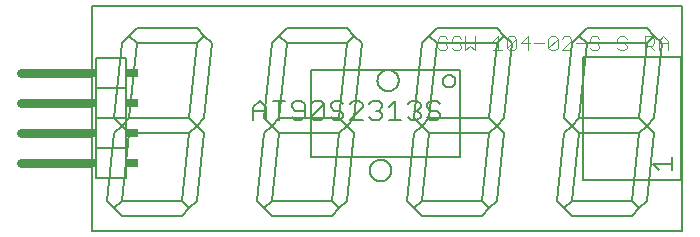
<source format=gto>
G75*
G70*
%OFA0B0*%
%FSLAX24Y24*%
%IPPOS*%
%LPD*%
%AMOC8*
5,1,8,0,0,1.08239X$1,22.5*
%
%ADD10C,0.0060*%
%ADD11C,0.0070*%
%ADD12C,0.0050*%
%ADD13C,0.0300*%
%ADD14R,0.0200X0.0300*%
%ADD15R,0.0400X0.0300*%
%ADD16C,0.0080*%
%ADD17C,0.0040*%
D10*
X002750Y002240D02*
X003750Y002240D01*
X003750Y003240D01*
X003750Y004240D01*
X003750Y005240D01*
X003750Y006240D01*
X002750Y006240D01*
X002750Y005240D01*
X002750Y004240D01*
X002750Y003240D01*
X002750Y002240D01*
X002750Y003240D02*
X003750Y003240D01*
X003750Y004240D02*
X002750Y004240D01*
X002750Y005240D02*
X003750Y005240D01*
X009926Y005840D02*
X009926Y002950D01*
X014866Y002950D01*
X014866Y005840D01*
X009926Y005840D01*
X014306Y005480D02*
X014308Y005509D01*
X014314Y005537D01*
X014323Y005564D01*
X014337Y005589D01*
X014353Y005613D01*
X014373Y005633D01*
X014395Y005652D01*
X014419Y005666D01*
X014446Y005678D01*
X014473Y005686D01*
X014502Y005690D01*
X014530Y005690D01*
X014559Y005686D01*
X014586Y005678D01*
X014613Y005666D01*
X014637Y005652D01*
X014659Y005633D01*
X014679Y005613D01*
X014695Y005589D01*
X014709Y005564D01*
X014718Y005537D01*
X014724Y005509D01*
X014726Y005480D01*
X014724Y005451D01*
X014718Y005423D01*
X014709Y005396D01*
X014695Y005371D01*
X014679Y005347D01*
X014659Y005327D01*
X014637Y005308D01*
X014613Y005294D01*
X014586Y005282D01*
X014559Y005274D01*
X014530Y005270D01*
X014502Y005270D01*
X014473Y005274D01*
X014446Y005282D01*
X014419Y005294D01*
X014395Y005308D01*
X014373Y005327D01*
X014353Y005347D01*
X014337Y005371D01*
X014323Y005396D01*
X014314Y005423D01*
X014308Y005451D01*
X014306Y005480D01*
D11*
X014101Y004816D02*
X013891Y004816D01*
X013786Y004711D01*
X013786Y004606D01*
X013891Y004500D01*
X014101Y004500D01*
X014206Y004395D01*
X014206Y004290D01*
X014101Y004185D01*
X013891Y004185D01*
X013786Y004290D01*
X013562Y004290D02*
X013562Y004395D01*
X013457Y004500D01*
X013352Y004500D01*
X013457Y004500D02*
X013562Y004606D01*
X013562Y004711D01*
X013457Y004816D01*
X013247Y004816D01*
X013142Y004711D01*
X012707Y004816D02*
X012707Y004185D01*
X012497Y004185D02*
X012917Y004185D01*
X013142Y004290D02*
X013247Y004185D01*
X013457Y004185D01*
X013562Y004290D01*
X014101Y004816D02*
X014206Y004711D01*
X012707Y004816D02*
X012497Y004606D01*
X012273Y004606D02*
X012168Y004500D01*
X012273Y004395D01*
X012273Y004290D01*
X012168Y004185D01*
X011958Y004185D01*
X011852Y004290D01*
X011628Y004185D02*
X011208Y004185D01*
X011628Y004606D01*
X011628Y004711D01*
X011523Y004816D01*
X011313Y004816D01*
X011208Y004711D01*
X010984Y004711D02*
X010879Y004816D01*
X010668Y004816D01*
X010563Y004711D01*
X010563Y004606D01*
X010668Y004500D01*
X010879Y004500D01*
X010984Y004395D01*
X010984Y004290D01*
X010879Y004185D01*
X010668Y004185D01*
X010563Y004290D01*
X010339Y004290D02*
X010234Y004185D01*
X010024Y004185D01*
X009919Y004290D01*
X010339Y004711D01*
X010339Y004290D01*
X009919Y004290D02*
X009919Y004711D01*
X010024Y004816D01*
X010234Y004816D01*
X010339Y004711D01*
X009695Y004711D02*
X009590Y004816D01*
X009379Y004816D01*
X009274Y004711D01*
X009274Y004606D01*
X009379Y004500D01*
X009695Y004500D01*
X009695Y004290D02*
X009695Y004711D01*
X009050Y004816D02*
X008630Y004816D01*
X008840Y004816D02*
X008840Y004185D01*
X008406Y004185D02*
X008406Y004606D01*
X008195Y004816D01*
X007985Y004606D01*
X007985Y004185D01*
X007985Y004500D02*
X008406Y004500D01*
X009274Y004290D02*
X009379Y004185D01*
X009590Y004185D01*
X009695Y004290D01*
X011852Y004711D02*
X011958Y004816D01*
X012168Y004816D01*
X012273Y004711D01*
X012273Y004606D01*
X012168Y004500D02*
X012063Y004500D01*
D12*
X002606Y007980D02*
X002606Y000500D01*
X022291Y000500D01*
X022291Y007980D01*
X002606Y007980D01*
X003856Y007000D02*
X004106Y007250D01*
X006106Y007250D01*
X006356Y007000D01*
X006106Y006750D01*
X004106Y006750D01*
X003856Y004250D01*
X005856Y004250D01*
X006106Y006750D01*
X006356Y007000D02*
X006606Y006750D01*
X006356Y004250D01*
X006106Y004000D01*
X005856Y004250D01*
X006106Y004000D02*
X006356Y003750D01*
X006106Y001500D01*
X005856Y001250D01*
X005606Y001000D01*
X003606Y001000D01*
X003356Y001250D01*
X003606Y001500D01*
X005606Y001500D01*
X005856Y003750D01*
X003856Y003750D01*
X003606Y004000D01*
X003356Y004250D01*
X003606Y006750D01*
X003856Y007000D01*
X004106Y006750D01*
X008606Y006750D02*
X008856Y007000D01*
X009106Y007250D01*
X011106Y007250D01*
X011356Y007000D01*
X011106Y006750D01*
X009106Y006750D01*
X008856Y004250D01*
X010856Y004250D01*
X011106Y006750D01*
X011356Y007000D02*
X011606Y006750D01*
X011356Y004250D01*
X011106Y004000D01*
X010856Y004250D01*
X011106Y004000D02*
X011356Y003750D01*
X011106Y001500D01*
X010856Y001250D01*
X010606Y001000D01*
X008606Y001000D01*
X008356Y001250D01*
X008606Y001500D01*
X010606Y001500D01*
X010856Y003750D01*
X008856Y003750D01*
X008606Y004000D01*
X008356Y004250D01*
X008606Y006750D01*
X008856Y007000D02*
X009106Y006750D01*
X012127Y005500D02*
X012129Y005537D01*
X012135Y005574D01*
X012144Y005609D01*
X012158Y005644D01*
X012174Y005677D01*
X012195Y005708D01*
X012218Y005737D01*
X012244Y005763D01*
X012273Y005786D01*
X012304Y005807D01*
X012337Y005823D01*
X012372Y005837D01*
X012407Y005846D01*
X012444Y005852D01*
X012481Y005854D01*
X012518Y005852D01*
X012555Y005846D01*
X012590Y005837D01*
X012625Y005823D01*
X012658Y005807D01*
X012689Y005786D01*
X012718Y005763D01*
X012744Y005737D01*
X012767Y005708D01*
X012788Y005677D01*
X012804Y005644D01*
X012818Y005609D01*
X012827Y005574D01*
X012833Y005537D01*
X012835Y005500D01*
X012833Y005463D01*
X012827Y005426D01*
X012818Y005391D01*
X012804Y005356D01*
X012788Y005323D01*
X012767Y005292D01*
X012744Y005263D01*
X012718Y005237D01*
X012689Y005214D01*
X012658Y005193D01*
X012625Y005177D01*
X012590Y005163D01*
X012555Y005154D01*
X012518Y005148D01*
X012481Y005146D01*
X012444Y005148D01*
X012407Y005154D01*
X012372Y005163D01*
X012337Y005177D01*
X012304Y005193D01*
X012273Y005214D01*
X012244Y005237D01*
X012218Y005263D01*
X012195Y005292D01*
X012174Y005323D01*
X012158Y005356D01*
X012144Y005391D01*
X012135Y005426D01*
X012129Y005463D01*
X012127Y005500D01*
X013356Y004250D02*
X013606Y006750D01*
X013856Y007000D01*
X014106Y007250D01*
X016106Y007250D01*
X016356Y007000D01*
X016106Y006750D01*
X014106Y006750D01*
X013856Y004250D01*
X015856Y004250D01*
X016106Y006750D01*
X016356Y007000D02*
X016606Y006750D01*
X016356Y004250D01*
X016106Y004000D01*
X015856Y004250D01*
X016106Y004000D02*
X016356Y003750D01*
X016106Y001500D01*
X015856Y001250D01*
X015606Y001000D01*
X013606Y001000D01*
X013356Y001250D01*
X013606Y001500D01*
X015606Y001500D01*
X015856Y003750D01*
X013856Y003750D01*
X013606Y004000D01*
X013356Y004250D01*
X013606Y004000D02*
X013856Y004250D01*
X013606Y004000D02*
X013356Y003750D01*
X013106Y001500D01*
X013356Y001250D01*
X013606Y001500D02*
X013856Y003750D01*
X015856Y003750D02*
X016106Y004000D01*
X018356Y003750D02*
X018106Y001500D01*
X018356Y001250D01*
X018606Y001000D01*
X020606Y001000D01*
X020856Y001250D01*
X021106Y001500D01*
X021356Y003750D01*
X021106Y004000D01*
X021356Y004250D01*
X021606Y006750D01*
X021356Y007000D01*
X021106Y007250D01*
X019106Y007250D01*
X018856Y007000D01*
X019106Y006750D01*
X021106Y006750D01*
X020856Y004250D01*
X021106Y004000D01*
X020856Y003750D01*
X018856Y003750D01*
X018606Y004000D01*
X018356Y004250D01*
X018606Y006750D01*
X018856Y007000D01*
X019106Y006750D02*
X018856Y004250D01*
X020856Y004250D01*
X020856Y003750D02*
X020606Y001500D01*
X020856Y001250D01*
X020606Y001500D02*
X018606Y001500D01*
X018356Y001250D01*
X018606Y001500D02*
X018856Y003750D01*
X018606Y004000D02*
X018356Y003750D01*
X018606Y004000D02*
X018856Y004250D01*
X021932Y002938D02*
X021932Y002531D01*
X021932Y002734D02*
X021321Y002734D01*
X021525Y002531D01*
X015856Y001250D02*
X015606Y001500D01*
X011877Y002500D02*
X011879Y002537D01*
X011885Y002574D01*
X011894Y002609D01*
X011908Y002644D01*
X011924Y002677D01*
X011945Y002708D01*
X011968Y002737D01*
X011994Y002763D01*
X012023Y002786D01*
X012054Y002807D01*
X012087Y002823D01*
X012122Y002837D01*
X012157Y002846D01*
X012194Y002852D01*
X012231Y002854D01*
X012268Y002852D01*
X012305Y002846D01*
X012340Y002837D01*
X012375Y002823D01*
X012408Y002807D01*
X012439Y002786D01*
X012468Y002763D01*
X012494Y002737D01*
X012517Y002708D01*
X012538Y002677D01*
X012554Y002644D01*
X012568Y002609D01*
X012577Y002574D01*
X012583Y002537D01*
X012585Y002500D01*
X012583Y002463D01*
X012577Y002426D01*
X012568Y002391D01*
X012554Y002356D01*
X012538Y002323D01*
X012517Y002292D01*
X012494Y002263D01*
X012468Y002237D01*
X012439Y002214D01*
X012408Y002193D01*
X012375Y002177D01*
X012340Y002163D01*
X012305Y002154D01*
X012268Y002148D01*
X012231Y002146D01*
X012194Y002148D01*
X012157Y002154D01*
X012122Y002163D01*
X012087Y002177D01*
X012054Y002193D01*
X012023Y002214D01*
X011994Y002237D01*
X011968Y002263D01*
X011945Y002292D01*
X011924Y002323D01*
X011908Y002356D01*
X011894Y002391D01*
X011885Y002426D01*
X011879Y002463D01*
X011877Y002500D01*
X010856Y001250D02*
X010606Y001500D01*
X008606Y001500D02*
X008856Y003750D01*
X008606Y004000D02*
X008356Y003750D01*
X008106Y001500D01*
X008356Y001250D01*
X005856Y001250D02*
X005606Y001500D01*
X003606Y001500D02*
X003856Y003750D01*
X003606Y004000D02*
X003356Y003750D01*
X003106Y001500D01*
X003356Y001250D01*
X005856Y003750D02*
X006106Y004000D01*
X003856Y004250D02*
X003606Y004000D01*
X008606Y004000D02*
X008856Y004250D01*
X010856Y003750D02*
X011106Y004000D01*
X013856Y007000D02*
X014106Y006750D01*
X021106Y006750D02*
X021356Y007000D01*
D13*
X002500Y005740D02*
X000250Y005740D01*
X000250Y004740D02*
X002500Y004740D01*
X002500Y003740D02*
X000250Y003740D01*
X000250Y002740D02*
X002500Y002740D01*
D14*
X002650Y002740D03*
X002650Y003740D03*
X002650Y004740D03*
X002650Y005740D03*
D15*
X003950Y005740D03*
X003950Y004740D03*
X003950Y003740D03*
X003950Y002740D03*
D16*
X018987Y002189D02*
X022250Y002189D01*
X022250Y006291D01*
X018987Y006291D01*
X018987Y002189D01*
D17*
X019279Y006510D02*
X019203Y006587D01*
X019279Y006510D02*
X019433Y006510D01*
X019509Y006587D01*
X019509Y006664D01*
X019433Y006740D01*
X019279Y006740D01*
X019203Y006817D01*
X019203Y006894D01*
X019279Y006971D01*
X019433Y006971D01*
X019509Y006894D01*
X019663Y006740D02*
X019970Y006740D01*
X020123Y006817D02*
X020200Y006740D01*
X020353Y006740D01*
X020430Y006664D01*
X020430Y006587D01*
X020353Y006510D01*
X020200Y006510D01*
X020123Y006587D01*
X020584Y006740D02*
X020891Y006740D01*
X021044Y006664D02*
X021274Y006664D01*
X021351Y006740D01*
X021351Y006894D01*
X021274Y006971D01*
X021044Y006971D01*
X021044Y006510D01*
X021198Y006664D02*
X021351Y006510D01*
X021504Y006510D02*
X021504Y006817D01*
X021658Y006971D01*
X021811Y006817D01*
X021811Y006510D01*
X021811Y006740D02*
X021504Y006740D01*
X020430Y006894D02*
X020353Y006971D01*
X020200Y006971D01*
X020123Y006894D01*
X020123Y006817D01*
X019049Y006740D02*
X018742Y006740D01*
X018589Y006817D02*
X018589Y006894D01*
X018512Y006971D01*
X018358Y006971D01*
X018282Y006894D01*
X018128Y006894D02*
X018052Y006971D01*
X017898Y006971D01*
X017821Y006894D01*
X017821Y006587D01*
X018128Y006894D01*
X018128Y006587D01*
X018052Y006510D01*
X017898Y006510D01*
X017821Y006587D01*
X017668Y006740D02*
X017361Y006740D01*
X017207Y006740D02*
X016901Y006740D01*
X017131Y006971D01*
X017131Y006510D01*
X016747Y006587D02*
X016670Y006510D01*
X016517Y006510D01*
X016440Y006587D01*
X016747Y006894D01*
X016747Y006587D01*
X016440Y006587D02*
X016440Y006894D01*
X016517Y006971D01*
X016670Y006971D01*
X016747Y006894D01*
X016133Y006971D02*
X015980Y006817D01*
X015826Y006740D02*
X015519Y006740D01*
X015366Y006510D02*
X015212Y006664D01*
X015059Y006510D01*
X015059Y006971D01*
X014906Y006894D02*
X014829Y006971D01*
X014675Y006971D01*
X014599Y006894D01*
X014599Y006817D01*
X014675Y006740D01*
X014829Y006740D01*
X014906Y006664D01*
X014906Y006587D01*
X014829Y006510D01*
X014675Y006510D01*
X014599Y006587D01*
X014445Y006587D02*
X014368Y006510D01*
X014215Y006510D01*
X014138Y006587D01*
X014215Y006740D02*
X014368Y006740D01*
X014445Y006664D01*
X014445Y006587D01*
X014215Y006740D02*
X014138Y006817D01*
X014138Y006894D01*
X014215Y006971D01*
X014368Y006971D01*
X014445Y006894D01*
X015366Y006971D02*
X015366Y006510D01*
X015980Y006510D02*
X016287Y006510D01*
X016133Y006510D02*
X016133Y006971D01*
X018282Y006510D02*
X018589Y006817D01*
X018589Y006510D02*
X018282Y006510D01*
M02*

</source>
